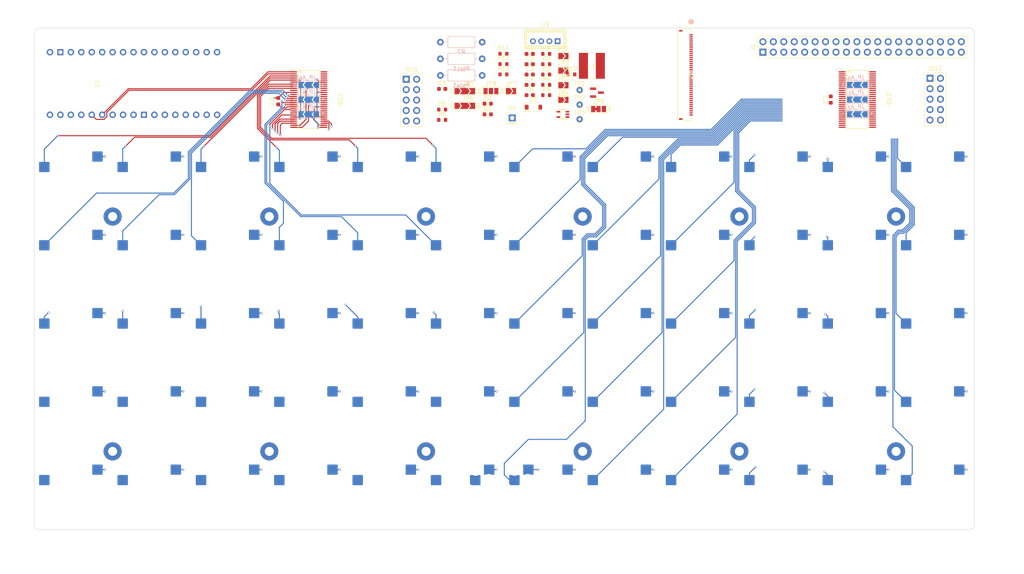
<source format=kicad_pcb>
(kicad_pcb
	(version 20241229)
	(generator "pcbnew")
	(generator_version "9.0")
	(general
		(thickness 1.6)
		(legacy_teardrops no)
	)
	(paper "A4")
	(layers
		(0 "F.Cu" signal)
		(4 "In1.Cu" signal)
		(6 "In2.Cu" signal)
		(2 "B.Cu" signal)
		(9 "F.Adhes" user "F.Adhesive")
		(11 "B.Adhes" user "B.Adhesive")
		(13 "F.Paste" user)
		(15 "B.Paste" user)
		(5 "F.SilkS" user "F.Silkscreen")
		(7 "B.SilkS" user "B.Silkscreen")
		(1 "F.Mask" user)
		(3 "B.Mask" user)
		(17 "Dwgs.User" user "User.Drawings")
		(19 "Cmts.User" user "User.Comments")
		(21 "Eco1.User" user "User.Eco1")
		(23 "Eco2.User" user "User.Eco2")
		(25 "Edge.Cuts" user)
		(27 "Margin" user)
		(31 "F.CrtYd" user "F.Courtyard")
		(29 "B.CrtYd" user "B.Courtyard")
		(35 "F.Fab" user)
		(33 "B.Fab" user)
		(39 "User.1" user)
		(41 "User.2" user)
		(43 "User.3" user)
		(45 "User.4" user)
		(47 "User.5" user)
		(49 "User.6" user)
		(51 "User.7" user)
		(53 "User.8" user)
		(55 "User.9" user)
	)
	(setup
		(stackup
			(layer "F.SilkS"
				(type "Top Silk Screen")
			)
			(layer "F.Paste"
				(type "Top Solder Paste")
			)
			(layer "F.Mask"
				(type "Top Solder Mask")
				(thickness 0.01)
			)
			(layer "F.Cu"
				(type "copper")
				(thickness 0.035)
			)
			(layer "dielectric 1"
				(type "prepreg")
				(thickness 0.1)
				(material "FR4")
				(epsilon_r 4.5)
				(loss_tangent 0.02)
			)
			(layer "In1.Cu"
				(type "copper")
				(thickness 0.035)
			)
			(layer "dielectric 2"
				(type "core")
				(thickness 1.24)
				(material "FR4")
				(epsilon_r 4.5)
				(loss_tangent 0.02)
			)
			(layer "In2.Cu"
				(type "copper")
				(thickness 0.035)
			)
			(layer "dielectric 3"
				(type "prepreg")
				(thickness 0.1)
				(material "FR4")
				(epsilon_r 4.5)
				(loss_tangent 0.02)
			)
			(layer "B.Cu"
				(type "copper")
				(thickness 0.035)
			)
			(layer "B.Mask"
				(type "Bottom Solder Mask")
				(thickness 0.01)
			)
			(layer "B.Paste"
				(type "Bottom Solder Paste")
			)
			(layer "B.SilkS"
				(type "Bottom Silk Screen")
			)
			(copper_finish "HAL lead-free")
			(dielectric_constraints no)
		)
		(pad_to_mask_clearance 0)
		(allow_soldermask_bridges_in_footprints no)
		(tenting front back)
		(pcbplotparams
			(layerselection 0x00000000_00000000_55555555_5755f5ff)
			(plot_on_all_layers_selection 0x00000000_00000000_00000000_00000000)
			(disableapertmacros no)
			(usegerberextensions no)
			(usegerberattributes yes)
			(usegerberadvancedattributes yes)
			(creategerberjobfile yes)
			(dashed_line_dash_ratio 12.000000)
			(dashed_line_gap_ratio 3.000000)
			(svgprecision 4)
			(plotframeref no)
			(mode 1)
			(useauxorigin no)
			(hpglpennumber 1)
			(hpglpenspeed 20)
			(hpglpendiameter 15.000000)
			(pdf_front_fp_property_popups yes)
			(pdf_back_fp_property_popups yes)
			(pdf_metadata yes)
			(pdf_single_document no)
			(dxfpolygonmode yes)
			(dxfimperialunits yes)
			(dxfusepcbnewfont yes)
			(psnegative no)
			(psa4output no)
			(plot_black_and_white yes)
			(sketchpadsonfab no)
			(plotpadnumbers no)
			(hidednponfab no)
			(sketchdnponfab yes)
			(crossoutdnponfab yes)
			(subtractmaskfromsilk no)
			(outputformat 1)
			(mirror no)
			(drillshape 1)
			(scaleselection 1)
			(outputdirectory "")
		)
	)
	(net 0 "")
	(net 1 "Net-(JP9-C)")
	(net 2 "/LEDA_{TFT}")
	(net 3 "/LEDK_{TFT}")
	(net 4 "+3.3V")
	(net 5 "+5V")
	(net 6 "Net-(D1-A)")
	(net 7 "Net-(D2-A)")
	(net 8 "~{RST}")
	(net 9 "/~{RST_{TFT{slash}TP}}")
	(net 10 "/CS_{SPI{slash}TFT}")
	(net 11 "/Switch Matrix Left Half/SWPIN_{4,2}")
	(net 12 "/Switch Matrix Left Half/SWPIN_{0,2}")
	(net 13 "/Switch Matrix Left Half/SWPIN_{1,7}")
	(net 14 "/Switch Matrix Left Half/SWPIN_{3,7}")
	(net 15 "/Switch Matrix Left Half/SWPIN_{4,6}")
	(net 16 "/Switch Matrix Left Half/SWPIN_{3,5}")
	(net 17 "/Switch Matrix Left Half/SWPIN_{4,0}")
	(net 18 "/Switch Matrix Left Half/SWPIN_{2,1}")
	(net 19 "/Switch Matrix Left Half/SWPIN_{0,6}")
	(net 20 "/INT_{LR}")
	(net 21 "/Switch Matrix Left Half/SWPIN_{2,0}")
	(net 22 "/Switch Matrix Left Half/SWPIN_{1,2}")
	(net 23 "/Switch Matrix Left Half/SWPIN_{0,7}")
	(net 24 "/Switch Matrix Left Half/SWPIN_{0,4}")
	(net 25 "/Switch Matrix Left Half/SWPIN_{1,5}")
	(net 26 "/Switch Matrix Left Half/SWPIN_{2,2}")
	(net 27 "/Switch Matrix Left Half/SWPIN_{3,3}")
	(net 28 "/Switch Matrix Left Half/SWPIN_{4,3}")
	(net 29 "Net-(IOE1-A2)")
	(net 30 "/Switch Matrix Left Half/SWPIN_{2,6}")
	(net 31 "/Switch Matrix Left Half/SWPIN_{3,0}")
	(net 32 "/Switch Matrix Left Half/SWPIN_{4,7}")
	(net 33 "/Switch Matrix Left Half/SWPIN_{1,0}")
	(net 34 "Net-(IOE1-A0)")
	(net 35 "/Switch Matrix Left Half/SWPIN_{1,3}")
	(net 36 "/Switch Matrix Left Half/SWPIN_{1,4}")
	(net 37 "/Switch Matrix Left Half/SWPIN_{2,4}")
	(net 38 "/Switch Matrix Left Half/SWPIN_{2,5}")
	(net 39 "Net-(IOE1-A1)")
	(net 40 "/Switch Matrix Left Half/SWPIN_{3,1}")
	(net 41 "SCL")
	(net 42 "/Switch Matrix Left Half/SWPIN_{4,4}")
	(net 43 "/Switch Matrix Left Half/SWPIN_{0,0}")
	(net 44 "/Switch Matrix Left Half/SWPIN_{4,5}")
	(net 45 "/Switch Matrix Left Half/SWPIN_{3,6}")
	(net 46 "/Switch Matrix Left Half/SWPIN_{4,1}")
	(net 47 "/Switch Matrix Left Half/SWPIN_{1,1}")
	(net 48 "/Switch Matrix Left Half/SWPIN_{3,4}")
	(net 49 "/Switch Matrix Left Half/SWPIN_{0,3}")
	(net 50 "/Switch Matrix Left Half/SWPIN_{1,6}")
	(net 51 "/Switch Matrix Left Half/SWPIN_{2,7}")
	(net 52 "/Switch Matrix Left Half/SWPIN_{3,2}")
	(net 53 "SDA")
	(net 54 "/Switch Matrix Left Half/SWPIN_{2,3}")
	(net 55 "/Switch Matrix Left Half/SWPIN_{0,5}")
	(net 56 "/Switch Matrix Left Half/SWPIN_{0,1}")
	(net 57 "/Switch Matrix Right Half/SWPIN_{1,6}")
	(net 58 "/Switch Matrix Right Half/SWPIN_{4,4}")
	(net 59 "/Switch Matrix Right Half/SWPIN_{3,4}")
	(net 60 "Net-(IOE2-A0)")
	(net 61 "/Switch Matrix Right Half/SWPIN_{1,0}")
	(net 62 "/Switch Matrix Right Half/SWPIN_{2,3}")
	(net 63 "/Switch Matrix Right Half/SWPIN_{3,6}")
	(net 64 "Net-(IOE2-A1)")
	(net 65 "/Switch Matrix Right Half/SWPIN_{3,0}")
	(net 66 "/Switch Matrix Right Half/SWPIN_{0,2}")
	(net 67 "/Switch Matrix Right Half/SWPIN_{3,2}")
	(net 68 "/Switch Matrix Right Half/SWPIN_{1,3}")
	(net 69 "/Switch Matrix Right Half/SWPIN_{4,6}")
	(net 70 "/Switch Matrix Right Half/SWPIN_{2,4}")
	(net 71 "/Switch Matrix Right Half/SWPIN_{2,6}")
	(net 72 "/Switch Matrix Right Half/SWPIN_{1,4}")
	(net 73 "/Switch Matrix Right Half/SWPIN_{3,7}")
	(net 74 "/Switch Matrix Right Half/SWPIN_{3,5}")
	(net 75 "/Switch Matrix Right Half/SWPIN_{2,5}")
	(net 76 "/Switch Matrix Right Half/SWPIN_{4,5}")
	(net 77 "/Switch Matrix Right Half/SWPIN_{2,0}")
	(net 78 "unconnected-(U1-VBAT-Pad1)")
	(net 79 "/Switch Matrix Right Half/SWPIN_{4,0}")
	(net 80 "GND")
	(net 81 "/Switch Matrix Right Half/SWPIN_{1,2}")
	(net 82 "/Switch Matrix Right Half/SWPIN_{0,3}")
	(net 83 "/Switch Matrix Right Half/SWPIN_{0,7}")
	(net 84 "Net-(IOE2-A2)")
	(net 85 "/Switch Matrix Right Half/SWPIN_{2,2}")
	(net 86 "/Switch Matrix Right Half/SWPIN_{0,1}")
	(net 87 "/Switch Matrix Right Half/SWPIN_{0,4}")
	(net 88 "/Switch Matrix Right Half/SWPIN_{4,7}")
	(net 89 "/Switch Matrix Right Half/SWPIN_{0,0}")
	(net 90 "/Switch Matrix Right Half/SWPIN_{4,3}")
	(net 91 "/Switch Matrix Right Half/SWPIN_{2,7}")
	(net 92 "/Switch Matrix Right Half/SWPIN_{1,1}")
	(net 93 "/Switch Matrix Right Half/SWPIN_{0,5}")
	(net 94 "/Switch Matrix Right Half/SWPIN_{4,2}")
	(net 95 "/Switch Matrix Right Half/SWPIN_{0,6}")
	(net 96 "/Switch Matrix Right Half/SWPIN_{3,1}")
	(net 97 "/G5")
	(net 98 "/Switch Matrix Right Half/SWPIN_{2,1}")
	(net 99 "/Switch Matrix Right Half/SWPIN_{1,7}")
	(net 100 "/Switch Matrix Right Half/SWPIN_{4,1}")
	(net 101 "/Switch Matrix Right Half/SWPIN_{1,5}")
	(net 102 "/R1")
	(net 103 "/R5")
	(net 104 "/B1")
	(net 105 "/G2")
	(net 106 "/Switch Matrix Right Half/SWPIN_{3,3}")
	(net 107 "/SCK_{SPI}")
	(net 108 "/HSYNC_{TFT}")
	(net 109 "/B4")
	(net 110 "/G4")
	(net 111 "/MOSI_{SPI}")
	(net 112 "/IM0")
	(net 113 "+3.3V_{LDO2}")
	(net 114 "/G3")
	(net 115 "/DE_{TFT}")
	(net 116 "/IM1")
	(net 117 "/G1")
	(net 118 "/B2")
	(net 119 "/G0")
	(net 120 "/INT_{TP}")
	(net 121 "/R3")
	(net 122 "Net-(J1-Pin_12)")
	(net 123 "/R2")
	(net 124 "/VSYNC_{TFT}")
	(net 125 "Net-(JP1-A)")
	(net 126 "/B5")
	(net 127 "Net-(JP2-A)")
	(net 128 "/R4")
	(net 129 "Net-(JP3-A)")
	(net 130 "Net-(JP4-A)")
	(net 131 "/B3")
	(net 132 "/INT_{TP}{slash}~{RST_{TFT{slash}TP}}")
	(net 133 "Net-(JP9-A)")
	(net 134 "Net-(Q1-G)")
	(net 135 "/PCLK_{TFT}")
	(net 136 "/BGPWM_{TFT}")
	(net 137 "Net-(R10-Pad1)")
	(net 138 "Net-(R11-Pad2)")
	(net 139 "Net-(R13-Pad2)")
	(net 140 "Net-(R11-Pad1)")
	(footprint "easyeda2kicad:TSSOP-56_L14.0-W6.1-P0.50-LS8.1-BL" (layer "F.Cu") (at 226.17 55.98 -90))
	(footprint "MountingHole:MountingHole_2.2mm_M2_Pad" (layer "F.Cu") (at 83.185 141.605))
	(footprint "easyeda2kicad:TSSOP-56_L14.0-W6.1-P0.50-LS8.1-BL" (layer "F.Cu") (at 92.77 55.99 -90))
	(footprint "Resistor_SMD:R_0603_1608Metric" (layer "F.Cu") (at 140.105 49.855))
	(footprint "Project_Library:CONN_F3311A7H121040E200_AMP" (layer "F.Cu") (at 184.15 49.975 -90))
	(footprint "easyeda2kicad:CONN-TH_B4B-PH-K-LF-SN" (layer "F.Cu") (at 150.289 41.783))
	(footprint "Capacitor_SMD:C_0603_1608Metric" (layer "F.Cu") (at 146.505 44.865))
	(footprint "Resistor_SMD:R_0603_1608Metric" (layer "F.Cu") (at 150.515 52.395))
	(footprint "MountingHole:MountingHole_2.2mm_M2_Pad" (layer "F.Cu") (at 121.285 141.605))
	(footprint "TestPoint:TestPoint_THTPad_D1.5mm_Drill0.7mm" (layer "F.Cu") (at 158.645 53.665))
	(footprint "Resistor_SMD:R_0603_1608Metric" (layer "F.Cu") (at 125.213 58.412))
	(footprint "MountingHole:MountingHole_2.2mm_M2_Pad" (layer "F.Cu") (at 197.485 84.455))
	(footprint "Connector_PinHeader_2.54mm:PinHeader_2x05_P2.54mm_Vertical" (layer "F.Cu") (at 116.473 51.032))
	(footprint "Project_Library:IND_BOURNS_SRR5028" (layer "F.Cu") (at 161.62 47.77))
	(footprint "UnexpectedMaker:ProS3_TH" (layer "F.Cu") (at 50.165 52.05 90))
	(footprint "Diode_SMD:D_SOD-123" (layer "F.Cu") (at 147.42 57.835))
	(footprint "Resistor_SMD:R_0603_1608Metric" (layer "F.Cu") (at 140.105 44.835))
	(footprint "Resistor_SMD:R_0603_1608Metric" (layer "F.Cu") (at 150.515 44.865))
	(footprint "Connector_PinHeader_2.54mm:PinHeader_1x01_P2.54mm_Vertical" (layer "F.Cu") (at 142.24 60.452))
	(footprint "Resistor_SMD:R_0603_1608Metric" (layer "F.Cu") (at 125.213 60.922))
	(footprint "Jumper:SolderJumper-2_P1.3mm_Open_TrianglePad1.0x1.5mm" (layer "F.Cu") (at 154.695 45.385))
	(footprint "MountingHole:MountingHole_2.2mm_M2_Pad" (layer "F.Cu") (at 45.085 141.605))
	(footprint "Jumper:SolderJumper-2_P1.3mm_Open_TrianglePad1.0x1.5mm" (layer "F.Cu") (at 154.695 48.935))
	(footprint "Capacitor_SMD:C_0603_1608Metric" (layer "F.Cu") (at 219.71 55.98 90))
	(footprint "PCM_JLCPCB:Q_SOT-23" (layer "F.Cu") (at 162.865 54.29))
	(footprint "Jumper:SolderJumper-3_P1.3mm_Open_Pad1.0x1.5mm_NumberLabels" (layer "F.Cu") (at 137.073 53.912))
	(footprint "Jumper:SolderJumper-2_P1.3mm_Open_TrianglePad1.0x1.5mm" (layer "F.Cu") (at 154.695 52.485))
	(footprint "MountingHole:MountingHole_2.2mm_M2_Pad" (layer "F.Cu") (at 197.485 141.605))
	(footprint "Resistor_SMD:R_0603_1608Metric" (layer "F.Cu") (at 150.515 49.885))
	(footprint "Jumper:SolderJumper-2_P1.3mm_Open_TrianglePad1.0x1.5mm" (layer "F.Cu") (at 154.695 56.035))
	(footprint "Diode_SMD:D_0603_1608Metric" (layer "F.Cu") (at 136.293 56.982))
	(footprint "Resistor_SMD:R_0603_1608Metric" (layer "F.Cu") (at 150.515 47.375))
	(footprint "Capacitor_SMD:C_0603_1608Metric" (layer "F.Cu") (at 146.505 54.905))
	(footprint "Resistor_SMD:R_0603_1608Metric" (layer "F.Cu") (at 156.615 49.855))
	(footprint "Capacitor_SMD:C_0603_1608Metric"
		(layer "F.Cu")
		(uuid "a3432948-3b06-40ea-a455-fad49753769b")
		(at 146.505 52.395)
		(descr "Capacitor SMD 0603 (1608 Metric), square (rectangular) end terminal, IPC-7351 nominal, (Body size source: IPC-SM-782 page 76, https://www.pcb-3d.com/wordpress/wp-content/uploads/ipc-sm-782a_amendment_1_and_2.pdf), generated with kicad-footprint-generator")
		(tags "capacitor")
		(property "Reference" "C4"
			(at 0 -1.43 0)
			(layer "F.SilkS")
			(uuid "470b68b6-031a-485f-803f-c09aaa6d9d6f")
			(effects
				(font
					(size 1 1)
					(thickness 0.15)
				)
			)
		)
		(property "Value" "0.1uF"
			(at 0 1.43 0)
			(layer "F.Fab")
			(uuid "bc73377c-b2a2-4024-b1b6-a951532815b3")
			(effects
				(font
					(size 1 1)
					(thickness 0.15)
				)
			)
		)
		(property "Datasheet" "~"
			(at 0 0 0)
			(layer "F.Fab")
			(hide yes)
			(uuid "99450c05-acea-4adb-b524-ccef775d7803")
			(effects
				(font
					(size 1.27 1.27)
					(thickness 0.15)
				)
			)
		)
		(property "Description" "Unpolarized capacitor, small symbol"
			(at 0 0 0)
			(layer "F.Fab")
			(hide yes)
			(uuid "146f4b64-dbb7-4304-b0b0-61d830755539")
			(effects
				(font
					(size 1.27 1.27)
					(thickness 0.15)
				)
			)
		)
		(property ki_fp_filters "C_*")
		(path "/628f2de5-a5de-421c-af90-8153f9f7644b/fb969332-cc62-4b5e-8593-fe43eb58ecd5")
		(sheetname "/Backlight Boost Converter/")
		(sheetfile "backlight_boost_converter.kicad_sch")
		(attr smd)
		(fp_line
			(start -0.14058 -0.51)
			(end 0.14058 -0.51)
			(stroke
				(width 0.12)
				(type solid)
			)
			(layer "F.SilkS")
			(uuid "13f79450-c76f-469b-abff-c3f046d39fbf")
		)
		(fp_line
			(start -0.14058 0.51)
			(end 0.14058 0.51)
			(stroke
				(width 0.12)
				(type solid)
			)
			(layer "F.SilkS")
			(uuid "ff5ed32c-eb03-4180-8709-6d8e4f91835e")
		)
		(fp_line
			(start -1.48 -0.73)
			(end 1.48 -0.73)
			(stroke
				(width 0.05)
				(type solid)
			)
			(layer "F.CrtYd")
			(uuid "4b5e02ea-0752-439f-88a0-b31ff0da0a5f")
		)
		(fp_line
			(start -1.48 0.73)
			(end -1.48 -0.73)
			(stroke
				(width 0.05)
				(type solid)
			)
			(layer "F.CrtYd")
			(uuid "b185619a-2df1-4d75-94ac-ad7457ccb406")
		)
		(fp_line
			(start 1.48 -0.73)
			(end 1.48 0.73)
			(stroke
				(width 0.05)
				(type solid)
			)
			(layer "F.CrtYd")
			(uuid "f599e38a-702e-4e7d-a39a-fa26d0ab1d2a")
		)
		(fp_line

... [1362812 chars truncated]
</source>
